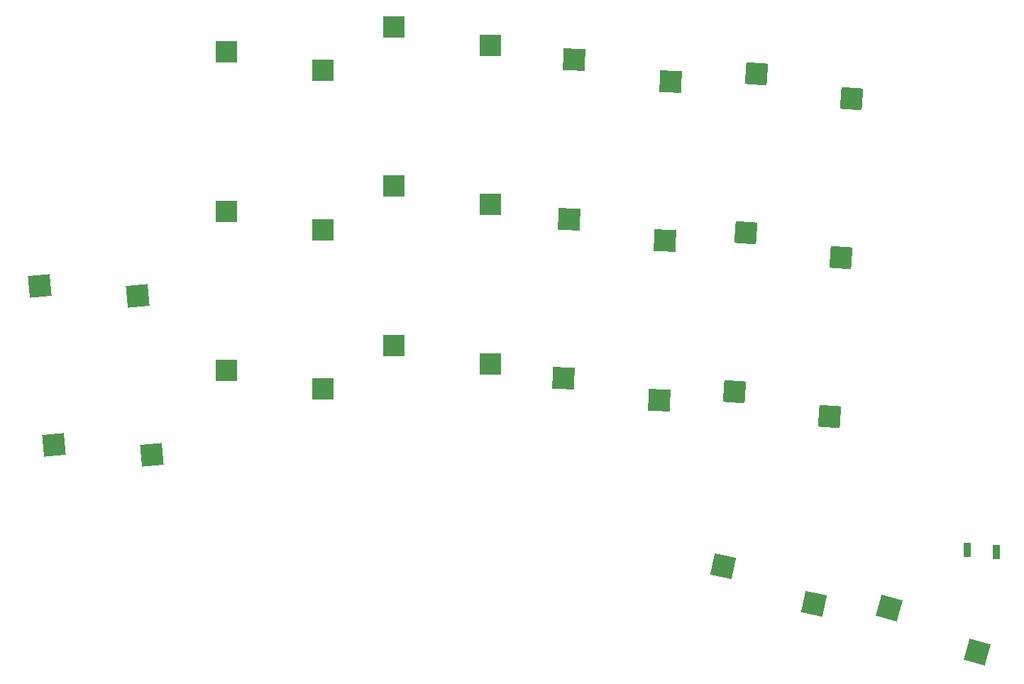
<source format=gbr>
%TF.GenerationSoftware,KiCad,Pcbnew,(6.0.2)*%
%TF.CreationDate,2022-03-14T22:31:34-07:00*%
%TF.ProjectId,unit01,706f6c69-7368-4656-942e-6b696361645f,v1.0.0*%
%TF.SameCoordinates,Original*%
%TF.FileFunction,Paste,Bot*%
%TF.FilePolarity,Positive*%
%FSLAX46Y46*%
G04 Gerber Fmt 4.6, Leading zero omitted, Abs format (unit mm)*
G04 Created by KiCad (PCBNEW (6.0.2)) date 2022-03-14 22:31:34*
%MOMM*%
%LPD*%
G01*
G04 APERTURE LIST*
G04 Aperture macros list*
%AMRotRect*
0 Rectangle, with rotation*
0 The origin of the aperture is its center*
0 $1 length*
0 $2 width*
0 $3 Rotation angle, in degrees counterclockwise*
0 Add horizontal line*
21,1,$1,$2,0,0,$3*%
G04 Aperture macros list end*
%ADD10R,2.600000X2.600000*%
%ADD11R,0.900000X1.700000*%
%ADD12RotRect,2.600000X2.600000X344.000000*%
%ADD13RotRect,2.600000X2.600000X358.000000*%
%ADD14RotRect,2.600000X2.600000X5.000000*%
%ADD15RotRect,2.600000X2.600000X348.000000*%
%ADD16RotRect,2.600000X2.600000X356.000000*%
G04 APERTURE END LIST*
D10*
%TO.C,S13*%
X36807739Y36482796D03*
X48357739Y34282796D03*
%TD*%
D11*
%TO.C,*%
X105255335Y-6946231D03*
X108647053Y-7183403D03*
%TD*%
D12*
%TO.C,S31*%
X95901956Y-13833391D03*
X106398127Y-19131778D03*
%TD*%
D13*
%TO.C,S17*%
X57017386Y13593467D03*
X68483571Y10991718D03*
%TD*%
D14*
%TO.C,S3*%
X-5437073Y24569622D03*
X6260718Y23384643D03*
%TD*%
%TO.C,S1*%
X-3781114Y5641923D03*
X7916677Y4456944D03*
%TD*%
D13*
%TO.C,S21*%
X58343567Y51570318D03*
X69809752Y48968569D03*
%TD*%
%TO.C,S19*%
X57680476Y32581893D03*
X69146661Y29980144D03*
%TD*%
D15*
%TO.C,S29*%
X76088646Y-8818339D03*
X86928845Y-13371644D03*
%TD*%
D16*
%TO.C,S23*%
X77433533Y11990649D03*
X88801933Y8990320D03*
%TD*%
D10*
%TO.C,S9*%
X16807739Y52482796D03*
X28357739Y50282796D03*
%TD*%
%TO.C,S11*%
X36807739Y17482796D03*
X48357739Y15282796D03*
%TD*%
D16*
%TO.C,S27*%
X80084278Y49898083D03*
X91452678Y46897754D03*
%TD*%
D10*
%TO.C,S5*%
X16807739Y14482796D03*
X28357739Y12282796D03*
%TD*%
%TO.C,S7*%
X16807739Y33482796D03*
X28357739Y31282796D03*
%TD*%
D16*
%TO.C,S25*%
X78758906Y30944366D03*
X90127306Y27944037D03*
%TD*%
D10*
%TO.C,S15*%
X36807739Y55482796D03*
X48357739Y53282796D03*
%TD*%
M02*

</source>
